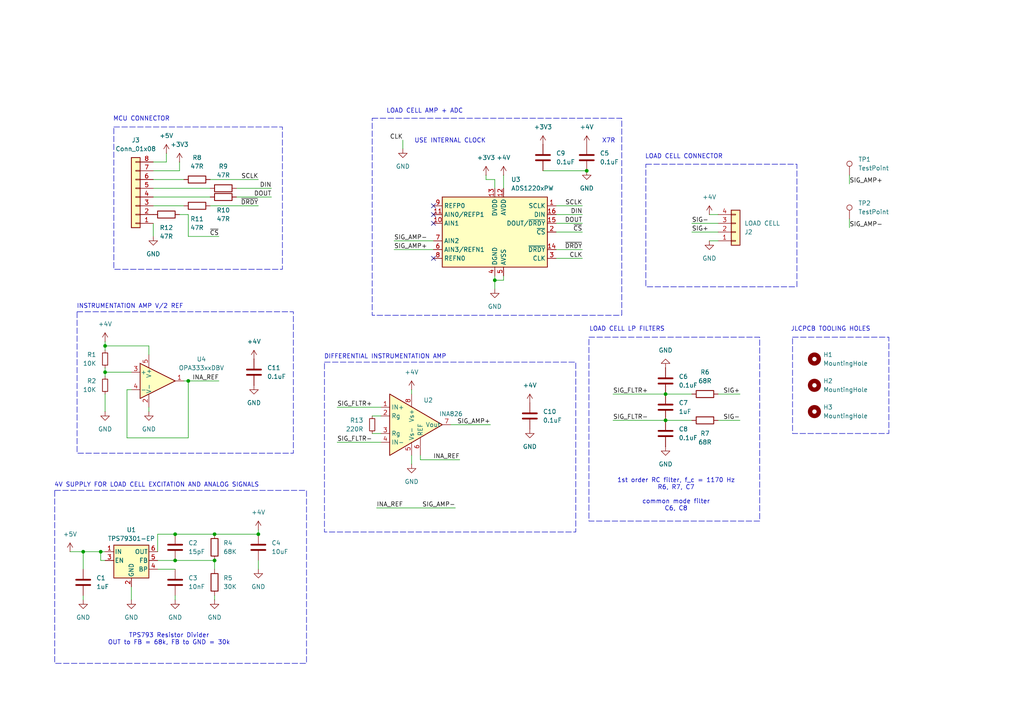
<source format=kicad_sch>
(kicad_sch (version 20231120) (generator "eeschema") (generator_version "8.0")
  (paper "A4")
  (lib_symbols
    (symbol "Amplifier_Operational:OPA333xxDBV" (pin_names (offset 0.127))
      (property "Reference" "U" (at -1.27 6.35 0))
      (property "Value" "OPA333xxDBV" (at -1.27 3.81 0))
      (symbol "OPA333xxDBV_0_1"
        (polyline (pts (xy -5.08 5.08) (xy 5.08 0) (xy -5.08 -5.08) (xy -5.08 5.08)) (stroke (width 0.254)) (fill (type background)))
        (pin power_in line (at -2.54 -7.62 90) (length 3.81) (name "V-") (number "2"))
        (pin power_in line (at -2.54 7.62 270) (length 3.81) (name "V+") (number "5"))
      )
      (symbol "OPA333xxDBV_1_1"
        (pin output line (at 7.62 0 180) (length 2.54) (name "~") (number "1"))
        (pin input line (at -7.62 2.54 0) (length 2.54) (name "+") (number "3"))
        (pin input line (at -7.62 -2.54 0) (length 2.54) (name "-") (number "4"))
      )
    )
    (symbol "Analog_ADC:ADS1220xPW"
      (property "Reference" "U" (at -15.24 11.43 0))
      (property "Value" "ADS1220xPW" (at 6.35 11.43 0))
      (symbol "ADS1220xPW_0_1"
        (rectangle (start -15.24 10.16) (end 15.24 -10.16) (stroke (width 0.254)) (fill (type background)))
      )
      (symbol "ADS1220xPW_1_1"
        (pin input line (at 17.78 7.62 180) (length 2.54) (name "SCLK") (number "1"))
        (pin input line (at -17.78 2.54 0) (length 2.54) (name "AIN1") (number "10"))
        (pin input line (at -17.78 5.08 0) (length 2.54) (name "AIN0/REFP1") (number "11"))
        (pin power_in line (at 2.54 12.7 270) (length 2.54) (name "AVDD") (number "12"))
        (pin power_in line (at 0 12.7 270) (length 2.54) (name "DVDD") (number "13"))
        (pin output line (at 17.78 -5.08 180) (length 2.54) (name "~{DRDY}") (number "14"))
        (pin output line (at 17.78 2.54 180) (length 2.54) (name "DOUT/~{DRDY}") (number "15"))
        (pin input line (at 17.78 5.08 180) (length 2.54) (name "DIN") (number "16"))
        (pin input line (at 17.78 0 180) (length 2.54) (name "~{CS}") (number "2"))
        (pin input line (at 17.78 -7.62 180) (length 2.54) (name "CLK") (number "3"))
        (pin power_in line (at 0 -12.7 90) (length 2.54) (name "DGND") (number "4"))
        (pin power_in line (at 2.54 -12.7 90) (length 2.54) (name "AVSS") (number "5"))
        (pin input line (at -17.78 -5.08 0) (length 2.54) (name "AIN3/REFN1") (number "6"))
        (pin input line (at -17.78 -2.54 0) (length 2.54) (name "AIN2") (number "7"))
        (pin input line (at -17.78 -7.62 0) (length 2.54) (name "REFN0") (number "8"))
        (pin input line (at -17.78 7.62 0) (length 2.54) (name "REFP0") (number "9"))
      )
    )
    (symbol "Connector:TestPoint" (pin_numbers hide) (pin_names (offset 0.762) hide)
      (property "Reference" "TP" (at 0 6.858 0))
      (property "Value" "TestPoint" (at 0 5.08 0))
      (symbol "TestPoint_0_1"
        (circle (center 0 3.302) (radius 0.762))
      )
      (symbol "TestPoint_1_1"
        (pin passive line (at 0 0 90) (length 2.54) (name "1") (number "1"))
      )
    )
    (symbol "Connector_Generic:Conn_01x04" (pin_names (offset 1.016) hide)
      (property "Reference" "J" (at 0 5.08 0))
      (property "Value" "Conn_01x04" (at 0 -7.62 0))
      (symbol "Conn_01x04_1_1"
        (rectangle (start -1.27 -4.953) (end 0 -5.207) (stroke (width 0.1524)))
        (rectangle (start -1.27 -2.413) (end 0 -2.667) (stroke (width 0.1524)))
        (rectangle (start -1.27 0.127) (end 0 -0.127) (stroke (width 0.1524)))
        (rectangle (start -1.27 2.667) (end 0 2.413) (stroke (width 0.1524)))
        (rectangle (start -1.27 3.81) (end 1.27 -6.35) (stroke (width 0.254)) (fill (type background)))
        (pin passive line (at -5.08 2.54 0) (length 3.81) (name "Pin_1") (number "1"))
        (pin passive line (at -5.08 0 0) (length 3.81) (name "Pin_2") (number "2"))
        (pin passive line (at -5.08 -2.54 0) (length 3.81) (name "Pin_3") (number "3"))
        (pin passive line (at -5.08 -5.08 0) (length 3.81) (name "Pin_4") (number "4"))
      )
    )
    (symbol "Connector_Generic:Conn_01x08" (pin_names (offset 1.016) hide)
      (property "Reference" "J" (at 0 10.16 0))
      (property "Value" "Conn_01x08" (at 0 -12.7 0))
      (symbol "Conn_01x08_1_1"
        (rectangle (start -1.27 -10.033) (end 0 -10.287) (stroke (width 0.1524)))
        (rectangle (start -1.27 -7.493) (end 0 -7.747) (stroke (width 0.1524)))
        (rectangle (start -1.27 -4.953) (end 0 -5.207) (stroke (width 0.1524)))
        (rectangle (start -1.27 -2.413) (end 0 -2.667) (stroke (width 0.1524)))
        (rectangle (start -1.27 0.127) (end 0 -0.127) (stroke (width 0.1524)))
        (rectangle (start -1.27 2.667) (end 0 2.413) (stroke (width 0.1524)))
        (rectangle (start -1.27 5.207) (end 0 4.953) (stroke (width 0.1524)))
        (rectangle (start -1.27 7.747) (end 0 7.493) (stroke (width 0.1524)))
        (rectangle (start -1.27 8.89) (end 1.27 -11.43) (stroke (width 0.254)) (fill (type background)))
        (pin passive line (at -5.08 7.62 0) (length 3.81) (name "Pin_1") (number "1"))
        (pin passive line (at -5.08 5.08 0) (length 3.81) (name "Pin_2") (number "2"))
        (pin passive line (at -5.08 2.54 0) (length 3.81) (name "Pin_3") (number "3"))
        (pin passive line (at -5.08 0 0) (length 3.81) (name "Pin_4") (number "4"))
        (pin passive line (at -5.08 -2.54 0) (length 3.81) (name "Pin_5") (number "5"))
        (pin passive line (at -5.08 -5.08 0) (length 3.81) (name "Pin_6") (number "6"))
        (pin passive line (at -5.08 -7.62 0) (length 3.81) (name "Pin_7") (number "7"))
        (pin passive line (at -5.08 -10.16 0) (length 3.81) (name "Pin_8") (number "8"))
      )
    )
    (symbol "Device:C" (pin_numbers hide) (pin_names (offset 0.254))
      (property "Reference" "C" (at 0.635 2.54 0))
      (property "Value" "C" (at 0.635 -2.54 0))
      (symbol "C_0_1"
        (polyline (pts (xy -2.032 -0.762) (xy 2.032 -0.762)) (stroke (width 0.508)))
        (polyline (pts (xy -2.032 0.762) (xy 2.032 0.762)) (stroke (width 0.508)))
      )
      (symbol "C_1_1"
        (pin passive line (at 0 3.81 270) (length 2.794) (name "~") (number "1"))
        (pin passive line (at 0 -3.81 90) (length 2.794) (name "~") (number "2"))
      )
    )
    (symbol "Device:R" (pin_numbers hide) (pin_names (offset 0))
      (property "Reference" "R" (at 2.032 0 90))
      (property "Value" "R" (at 0 0 90))
      (symbol "R_0_1"
        (rectangle (start -1.016 -2.54) (end 1.016 2.54) (stroke (width 0.254)))
      )
      (symbol "R_1_1"
        (pin passive line (at 0 3.81 270) (length 1.27) (name "~") (number "1"))
        (pin passive line (at 0 -3.81 90) (length 1.27) (name "~") (number "2"))
      )
    )
    (symbol "Device:R_Small" (pin_numbers hide) (pin_names (offset 0.254) hide)
      (property "Reference" "R" (at 0.762 0.508 0))
      (property "Value" "R_Small" (at 0.762 -1.016 0))
      (symbol "R_Small_0_1"
        (rectangle (start -0.762 1.778) (end 0.762 -1.778) (stroke (width 0.2032)))
      )
      (symbol "R_Small_1_1"
        (pin passive line (at 0 2.54 270) (length 0.762) (name "~") (number "1"))
        (pin passive line (at 0 -2.54 90) (length 0.762) (name "~") (number "2"))
      )
    )
    (symbol "Mechanical:MountingHole" (pin_names (offset 1.016)) (exclude_from_sim yes) (in_bom no)
      (property "Reference" "H" (at 0 5.08 0))
      (property "Value" "MountingHole" (at 0 3.175 0))
      (symbol "MountingHole_0_1"
        (circle (center 0 0) (radius 1.27) (stroke (width 1.27)))
      )
    )
    (symbol "Regulator_Linear:TPS79301-EP" (pin_names (offset 0.254))
      (property "Reference" "U" (at -3.81 5.715 0))
      (property "Value" "TPS79301-EP" (at 0 5.715 0))
      (symbol "TPS79301-EP_1_1"
        (rectangle (start 5.08 -5.08) (end -5.08 4.445) (stroke (width 0.254)) (fill (type background)))
        (pin power_in line (at -7.62 2.54 0) (length 2.54) (name "IN") (number "1"))
        (pin power_in line (at 0 -7.62 90) (length 2.54) (name "GND") (number "2"))
        (pin input line (at -7.62 0 0) (length 2.54) (name "EN") (number "3"))
        (pin passive line (at 7.62 -2.54 180) (length 2.54) (name "BP") (number "4"))
        (pin input line (at 7.62 0 180) (length 2.54) (name "FB") (number "5"))
        (pin power_out line (at 7.62 2.54 180) (length 2.54) (name "OUT") (number "6"))
      )
    )
    (symbol "TI_ADCs:INA826"
      (property "Reference" "U" (at 3.048 8.128 0))
      (property "Value" "INA826" (at 5.588 5.334 0))
      (symbol "INA826_0_1"
        (polyline (pts (xy 8.89 0) (xy -6.35 8.89) (xy -6.35 -8.89) (xy 8.89 0)) (stroke (width 0.254)) (fill (type background)))
      )
      (symbol "INA826_1_1"
        (pin input line (at -8.89 5.08 0) (length 2.54) (name "IN+") (number "1"))
        (pin passive line (at -8.89 2.54 0) (length 2.54) (name "Rg") (number "2"))
        (pin passive line (at -8.89 -2.54 0) (length 2.54) (name "Rg") (number "3"))
        (pin input line (at -8.89 -5.08 0) (length 2.54) (name "IN-") (number "4"))
        (pin power_in line (at 0 -8.89 90) (length 3.81) (name "Vs-") (number "5"))
        (pin input line (at 2.54 -8.89 90) (length 5.08) (name "REF") (number "6"))
        (pin output line (at 11.43 0 180) (length 2.54) (name "Vout") (number "7"))
        (pin power_in line (at 0 8.89 270) (length 3.81) (name "Vs+") (number "8"))
      )
    )
    (symbol "power:+3V3" (power) (pin_numbers hide) (pin_names (offset 0) hide)
      (property "Value" "+3V3" (at 0 3.556 0))
      (symbol "+3V3_0_1"
        (polyline (pts (xy -0.762 1.27) (xy 0 2.54)))
        (polyline (pts (xy 0 0) (xy 0 2.54)))
        (polyline (pts (xy 0 2.54) (xy 0.762 1.27)))
      )
      (symbol "+3V3_1_1"
        (pin power_in line (at 0 0 90) (length 0) (name "~") (number "1"))
      )
    )
    (symbol "power:+4V" (power) (pin_numbers hide) (pin_names (offset 0) hide)
      (property "Value" "+4V" (at 0 3.556 0))
      (symbol "+4V_0_1"
        (polyline (pts (xy -0.762 1.27) (xy 0 2.54)))
        (polyline (pts (xy 0 0) (xy 0 2.54)))
        (polyline (pts (xy 0 2.54) (xy 0.762 1.27)))
      )
      (symbol "+4V_1_1"
        (pin power_in line (at 0 0 90) (length 0) (name "~") (number "1"))
      )
    )
    (symbol "power:+5V" (power) (pin_numbers hide) (pin_names (offset 0) hide)
      (property "Value" "+5V" (at 0 3.556 0))
      (symbol "+5V_0_1"
        (polyline (pts (xy -0.762 1.27) (xy 0 2.54)))
        (polyline (pts (xy 0 0) (xy 0 2.54)))
        (polyline (pts (xy 0 2.54) (xy 0.762 1.27)))
      )
      (symbol "+5V_1_1"
        (pin power_in line (at 0 0 90) (length 0) (name "~") (number "1"))
      )
    )
    (symbol "power:GND" (power) (pin_numbers hide) (pin_names (offset 0) hide)
      (property "Value" "GND" (at 0 -3.81 0))
      (symbol "GND_0_1"
        (polyline (pts (xy 0 0) (xy 0 -1.27) (xy 1.27 -1.27) (xy 0 -2.54) (xy -1.27 -1.27) (xy 0 -1.27)))
      )
      (symbol "GND_1_1"
        (pin power_in line (at 0 0 270) (length 0) (name "~") (number "1"))
      )
    )
  )
  (junction (at 170.18 49.53))
  (junction (at 193.04 114.3))
  (junction (at 62.23 162.56))
  (junction (at 30.48 100.33))
  (junction (at 24.13 160.02))
  (junction (at 30.48 107.95))
  (junction (at 50.8 162.56))
  (junction (at 29.21 160.02))
  (junction (at 62.23 154.94))
  (junction (at 54.61 110.49))
  (junction (at 50.8 154.94))
  (junction (at 143.51 81.28))
  (junction (at 74.93 154.94))
  (junction (at 193.04 121.92))
  (no_connect (at 125.73 62.23))
  (no_connect (at 125.73 74.93))
  (no_connect (at 125.73 64.77))
  (no_connect (at 125.73 59.69))
  (wire (pts (xy 62.23 154.94) (xy 74.93 154.94)))
  (wire (pts (xy 54.61 68.58) (xy 54.61 62.23)))
  (wire (pts (xy 45.72 162.56) (xy 50.8 162.56)))
  (wire (pts (xy 119.38 132.08) (xy 119.38 134.62)))
  (wire (pts (xy 97.79 118.11) (xy 110.49 118.11)))
  (wire (pts (xy 24.13 160.02) (xy 29.21 160.02)))
  (wire (pts (xy 44.45 52.07) (xy 53.34 52.07)))
  (wire (pts (xy 44.45 59.69) (xy 53.34 59.69)))
  (wire (pts (xy 53.34 110.49) (xy 54.61 110.49)))
  (wire (pts (xy 24.13 160.02) (xy 24.13 165.1)))
  (wire (pts (xy 193.04 121.92) (xy 200.66 121.92)))
  (wire (pts (xy 121.92 132.08) (xy 121.92 133.35)))
  (wire (pts (xy 30.48 162.56) (xy 29.21 162.56)))
  (wire (pts (xy 107.95 120.65) (xy 110.49 120.65)))
  (wire (pts (xy 109.22 147.32) (xy 132.08 147.32)))
  (wire (pts (xy 146.05 80.01) (xy 146.05 81.28)))
  (wire (pts (xy 24.13 172.72) (xy 24.13 173.99)))
  (wire (pts (xy 140.97 50.8) (xy 140.97 52.07)))
  (wire (pts (xy 208.28 114.3) (xy 214.63 114.3)))
  (wire (pts (xy 177.8 121.92) (xy 193.04 121.92)))
  (wire (pts (xy 68.58 54.61) (xy 78.74 54.61)))
  (wire (pts (xy 121.92 133.35) (xy 133.35 133.35)))
  (wire (pts (xy 50.8 154.94) (xy 62.23 154.94)))
  (wire (pts (xy 45.72 154.94) (xy 50.8 154.94)))
  (wire (pts (xy 30.48 107.95) (xy 38.1 107.95)))
  (wire (pts (xy 30.48 114.3) (xy 30.48 119.38)))
  (wire (pts (xy 36.83 127) (xy 54.61 127)))
  (wire (pts (xy 45.72 165.1) (xy 50.8 165.1)))
  (wire (pts (xy 50.8 172.72) (xy 50.8 173.99)))
  (wire (pts (xy 44.45 57.15) (xy 60.96 57.15)))
  (wire (pts (xy 30.48 99.06) (xy 30.48 100.33)))
  (wire (pts (xy 50.8 162.56) (xy 62.23 162.56)))
  (wire (pts (xy 43.18 118.11) (xy 43.18 119.38)))
  (wire (pts (xy 140.97 52.07) (xy 143.51 52.07)))
  (wire (pts (xy 146.05 81.28) (xy 143.51 81.28)))
  (wire (pts (xy 74.93 165.1) (xy 74.93 162.56)))
  (wire (pts (xy 200.66 67.31) (xy 208.28 67.31)))
  (wire (pts (xy 161.29 62.23) (xy 168.91 62.23)))
  (wire (pts (xy 157.48 49.53) (xy 170.18 49.53)))
  (wire (pts (xy 107.95 125.73) (xy 110.49 125.73)))
  (wire (pts (xy 54.61 68.58) (xy 63.5 68.58)))
  (wire (pts (xy 44.45 64.77) (xy 44.45 68.58)))
  (wire (pts (xy 62.23 165.1) (xy 62.23 162.56)))
  (wire (pts (xy 114.3 72.39) (xy 125.73 72.39)))
  (wire (pts (xy 43.18 100.33) (xy 30.48 100.33)))
  (wire (pts (xy 44.45 49.53) (xy 52.07 49.53)))
  (wire (pts (xy 146.05 50.8) (xy 146.05 54.61)))
  (wire (pts (xy 54.61 62.23) (xy 52.07 62.23)))
  (wire (pts (xy 119.38 113.03) (xy 119.38 114.3)))
  (wire (pts (xy 246.38 63.5) (xy 246.38 66.04)))
  (wire (pts (xy 143.51 81.28) (xy 143.51 83.82)))
  (wire (pts (xy 30.48 106.68) (xy 30.48 107.95)))
  (wire (pts (xy 60.96 52.07) (xy 74.93 52.07)))
  (wire (pts (xy 205.74 69.85) (xy 208.28 69.85)))
  (wire (pts (xy 114.3 69.85) (xy 125.73 69.85)))
  (wire (pts (xy 68.58 57.15) (xy 78.74 57.15)))
  (wire (pts (xy 20.32 160.02) (xy 24.13 160.02)))
  (wire (pts (xy 52.07 49.53) (xy 52.07 46.99)))
  (wire (pts (xy 36.83 113.03) (xy 36.83 127)))
  (wire (pts (xy 43.18 102.87) (xy 43.18 100.33)))
  (wire (pts (xy 161.29 64.77) (xy 168.91 64.77)))
  (wire (pts (xy 143.51 80.01) (xy 143.51 81.28)))
  (wire (pts (xy 177.8 114.3) (xy 193.04 114.3)))
  (wire (pts (xy 44.45 54.61) (xy 60.96 54.61)))
  (wire (pts (xy 205.74 62.23) (xy 208.28 62.23)))
  (wire (pts (xy 161.29 74.93) (xy 168.91 74.93)))
  (wire (pts (xy 38.1 113.03) (xy 36.83 113.03)))
  (wire (pts (xy 208.28 121.92) (xy 214.63 121.92)))
  (wire (pts (xy 45.72 160.02) (xy 45.72 154.94)))
  (wire (pts (xy 30.48 100.33) (xy 30.48 101.6)))
  (wire (pts (xy 54.61 127) (xy 54.61 110.49)))
  (wire (pts (xy 60.96 59.69) (xy 74.93 59.69)))
  (wire (pts (xy 62.23 172.72) (xy 62.23 173.99)))
  (wire (pts (xy 48.26 46.99) (xy 44.45 46.99)))
  (wire (pts (xy 54.61 110.49) (xy 63.5 110.49)))
  (wire (pts (xy 29.21 160.02) (xy 30.48 160.02)))
  (wire (pts (xy 48.26 44.45) (xy 48.26 46.99)))
  (wire (pts (xy 97.79 128.27) (xy 110.49 128.27)))
  (wire (pts (xy 116.84 40.64) (xy 116.84 43.18)))
  (wire (pts (xy 161.29 72.39) (xy 168.91 72.39)))
  (wire (pts (xy 161.29 59.69) (xy 168.91 59.69)))
  (wire (pts (xy 200.66 64.77) (xy 208.28 64.77)))
  (wire (pts (xy 246.38 50.8) (xy 246.38 53.34)))
  (wire (pts (xy 30.48 107.95) (xy 30.48 109.22)))
  (wire (pts (xy 130.81 123.19) (xy 142.24 123.19)))
  (wire (pts (xy 38.1 170.18) (xy 38.1 173.99)))
  (wire (pts (xy 161.29 67.31) (xy 168.91 67.31)))
  (wire (pts (xy 29.21 162.56) (xy 29.21 160.02)))
  (wire (pts (xy 74.93 153.67) (xy 74.93 154.94)))
  (wire (pts (xy 143.51 52.07) (xy 143.51 54.61)))
  (wire (pts (xy 193.04 114.3) (xy 200.66 114.3)))
  (rectangle (start 15.875 142.24) (end 88.9 192.405) (stroke (width 0) (type dash)))
  (rectangle (start 94.107 105.029) (end 167.005 154.305) (stroke (width 0) (type dash)))
  (rectangle (start 229.87 97.79) (end 257.81 125.73) (stroke (width 0) (type dash)))
  (rectangle (start 187.325 47.625) (end 231.14 83.185) (stroke (width 0) (type dash)))
  (rectangle (start 170.815 97.79) (end 220.345 151.13) (stroke (width 0) (type dash)))
  (rectangle (start 107.95 34.29) (end 180.34 91.44) (stroke (width 0) (type dash)))
  (rectangle (start 33.02 36.83) (end 81.915 78.105) (stroke (width 0) (type dash)))
  (rectangle (start 22.352 90.424) (end 85.09 131.445) (stroke (width 0) (type dash)))
  (text "X7R" (at 176.53 40.894 0) (effects (font (size 1.27 1.27))))
  (text "INSTRUMENTATION AMP V/2 REF" (at 22.225 88.9 0) (effects (font (size 1.27 1.27)) (justify left)))
  (text "JLCPCB TOOLING HOLES" (at 240.919 95.504 0) (effects (font (size 1.27 1.27))))
  (text "LOAD CELL LP FILTERS" (at 181.864 95.504 0) (effects (font (size 1.27 1.27))))
  (text "1st order RC filter, f_c = 1170 Hz\nR6, R7, C7\n\ncommon mode filter\nC6, C8\n" (at 196.088 143.51 0) (effects (font (size 1.27 1.27))))
  (text "LOAD CELL CONNECTOR" (at 198.374 45.466 0) (effects (font (size 1.27 1.27))))
  (text "TPS793 Resistor Divider\nOUT to FB = 68k, FB to GND = 30k" (at 49.022 185.42 0) (effects (font (size 1.27 1.27))))
  (text "MCU CONNECTOR" (at 41.021 34.544 0) (effects (font (size 1.27 1.27))))
  (text "USE INTERNAL CLOCK" (at 130.556 40.894 0) (effects (font (size 1.27 1.27))))
  (text "DIFFERENTIAL INSTRUMENTATION AMP" (at 93.98 103.505 0) (effects (font (size 1.27 1.27)) (justify left)))
  (text "4V SUPPLY FOR LOAD CELL EXCITATION AND ANALOG SIGNALS" (at 15.748 140.716 0) (effects (font (size 1.27 1.27)) (justify left)))
  (text "LOAD CELL AMP + ADC" (at 123.19 32.258 0) (effects (font (size 1.27 1.27))))
  (label "DOUT" (at 168.91 64.77 180))
  (label "~{CS}" (at 63.5 68.58 180))
  (label "INA_REF" (at 63.5 110.49 180))
  (label "SIG+" (at 200.66 67.31 0))
  (label "INA_REF" (at 109.22 147.32 0))
  (label "DIN" (at 168.91 62.23 180))
  (label "SIG_AMP+" (at 246.38 53.34 0))
  (label "CLK" (at 116.84 40.64 180))
  (label "SCLK" (at 168.91 59.69 180))
  (label "SIG_AMP-" (at 246.38 66.04 0))
  (label "SIG-" (at 214.63 121.92 180))
  (label "~{CS}" (at 168.91 67.31 180))
  (label "SIG_FLTR-" (at 177.8 121.92 0))
  (label "~{DRDY}" (at 168.91 72.39 180))
  (label "SIG-" (at 200.66 64.77 0))
  (label "SCLK" (at 74.93 52.07 180))
  (label "SIG_FLTR+" (at 97.79 118.11 0))
  (label "SIG_FLTR+" (at 177.8 114.3 0))
  (label "DIN" (at 78.74 54.61 180))
  (label "~{DRDY}" (at 74.93 59.69 180))
  (label "SIG_AMP-" (at 114.3 69.85 0))
  (label "SIG_AMP+" (at 142.24 123.19 180))
  (label "SIG_AMP+" (at 114.3 72.39 0))
  (label "DOUT" (at 78.74 57.15 180))
  (label "CLK" (at 168.91 74.93 180))
  (label "INA_REF" (at 133.35 133.35 180))
  (label "SIG_FLTR-" (at 97.79 128.27 0))
  (label "SIG+" (at 214.63 114.3 180))
  (label "SIG_AMP-" (at 132.08 147.32 180))
  (symbol (lib_id "Device:C") (at 50.8 158.75 0) (unit 1)
    (property "Reference" "C2" (at 54.61 157.4799 0) (effects (justify left)))
    (property "Value" "15pF" (at 54.61 160.0199 0) (effects (justify left)))
    (property "Footprint" "Capacitor_SMD:C_0402_1005Metric" (effects (hide yes)))
    (property "Description" "Unpolarized capacitor" (effects (hide yes)))
    (property "JLC PN" "C1548" (effects (hide yes)))
  )
  (symbol (lib_id "power:+4V") (at 205.74 62.23 0) (unit 1)
    (property "Reference" "#PWR020" (effects (hide yes)))
    (property "Value" "+4V" (at 205.74 57.15 0))
    (property "Description" "Power symbol creates a global label with name \"+4V\"" (effects (hide yes)))
  )
  (symbol (lib_id "power:+4V") (at 30.48 99.06 0) (unit 1)
    (property "Reference" "#PWR026" (effects (hide yes)))
    (property "Value" "+4V" (at 30.48 93.98 0))
    (property "Description" "Power symbol creates a global label with name \"+4V\"" (effects (hide yes)))
  )
  (symbol (lib_id "power:+3V3") (at 52.07 46.99 0) (unit 1)
    (property "Reference" "#PWR024" (effects (hide yes)))
    (property "Value" "+3V3" (at 52.07 41.91 0))
    (property "Description" "Power symbol creates a global label with name \"+3V3\"" (effects (hide yes)))
  )
  (symbol (lib_id "Device:C") (at 157.48 45.72 180) (unit 1)
    (property "Reference" "C9" (at 161.29 44.4499 0) (effects (justify right)))
    (property "Value" "0.1uF" (at 161.29 46.9899 0) (effects (justify right)))
    (property "Footprint" "Capacitor_SMD:C_0402_1005Metric" (effects (hide yes)))
    (property "Description" "Unpolarized capacitor" (effects (hide yes)))
    (property "JLC PN" "C307331" (effects (hide yes)))
  )
  (symbol (lib_id "Device:R") (at 204.47 114.3 90) (unit 1)
    (property "Reference" "R6" (at 204.47 107.95 90))
    (property "Value" "68R" (at 204.47 110.49 90))
    (property "Footprint" "Resistor_SMD:R_0402_1005Metric" (effects (hide yes)))
    (property "Description" "Resistor" (effects (hide yes)))
    (property "JLC PN" "C25131" (effects (hide yes)))
  )
  (symbol (lib_id "Connector_Generic:Conn_01x08") (at 39.37 57.15 180) (unit 1)
    (property "Reference" "J3" (at 39.37 40.64 0))
    (property "Value" "Conn_01x08" (at 39.37 43.18 0))
    (property "Footprint" "Connector_JST:JST_PH_B8B-PH-K_1x08_P2.00mm_Vertical" (effects (hide yes)))
    (property "Description" "Generic connector, single row, 01x08, script generated (kicad-library-utils/schlib/autogen/connector/)" (effects (hide yes)))
  )
  (symbol (lib_id "Device:C") (at 193.04 118.11 0) (unit 1)
    (property "Reference" "C7" (at 196.85 116.8399 0) (effects (justify left)))
    (property "Value" "1uF" (at 196.85 119.3799 0) (effects (justify left)))
    (property "Footprint" "Capacitor_SMD:C_0402_1005Metric" (effects (hide yes)))
    (property "Description" "Unpolarized capacitor" (effects (hide yes)))
    (property "JLC PN" "C52923" (effects (hide yes)))
  )
  (symbol (lib_id "power:+5V") (at 20.32 160.02 0) (unit 1)
    (property "Reference" "#PWR01" (effects (hide yes)))
    (property "Value" "+5V" (at 20.32 154.94 0))
    (property "Description" "Power symbol creates a global label with name \"+5V\"" (effects (hide yes)))
  )
  (symbol (lib_id "power:GND") (at 73.66 111.76 0) (unit 1)
    (property "Reference" "#PWR029" (effects (hide yes)))
    (property "Value" "GND" (at 73.66 116.84 0))
    (property "Description" "Power symbol creates a global label with name \"GND\" , ground" (effects (hide yes)))
  )
  (symbol (lib_id "TI_ADCs:INA826") (at 119.38 123.19 0) (unit 1)
    (property "Reference" "U2" (at 124.206 116.078 0))
    (property "Value" "INA826" (at 130.81 120.0465 0))
    (property "Footprint" "Package_SO:Texas_S-PDSO-G8_3x3mm_P0.65mm" (effects (hide yes)))
  )
  (symbol (lib_id "power:+4V") (at 74.93 153.67 0) (unit 1)
    (property "Reference" "#PWR012" (effects (hide yes)))
    (property "Value" "+4V" (at 74.93 148.59 0))
    (property "Description" "Power symbol creates a global label with name \"+4V\"" (effects (hide yes)))
  )
  (symbol (lib_id "Device:R") (at 48.26 62.23 270) (unit 1)
    (property "Reference" "R12" (at 48.26 66.04 90))
    (property "Value" "47R" (at 48.26 68.58 90))
    (property "Footprint" "Resistor_SMD:R_0603_1608Metric" (effects (hide yes)))
    (property "Description" "Resistor" (effects (hide yes)))
    (property "JLC PN" "C23182" (effects (hide yes)))
  )
  (symbol (lib_id "Mechanical:MountingHole") (at 236.22 119.38 0) (unit 1) (exclude_from_sim yes) (in_bom no)
    (property "Reference" "H3" (at 238.76 118.1099 0) (effects (justify left)))
    (property "Value" "MountingHole" (at 238.76 120.6499 0) (effects (justify left)))
    (property "Footprint" "JLCPCB:SMD Tooling Hole" (effects (hide yes)))
    (property "Description" "Mounting Hole without connection" (effects (hide yes)))
  )
  (symbol (lib_id "Device:C") (at 170.18 45.72 180) (unit 1)
    (property "Reference" "C5" (at 173.99 44.4499 0) (effects (justify right)))
    (property "Value" "0.1uF" (at 173.99 46.9899 0) (effects (justify right)))
    (property "Footprint" "Capacitor_SMD:C_0402_1005Metric" (effects (hide yes)))
    (property "Description" "Unpolarized capacitor" (effects (hide yes)))
    (property "JLC PN" "C307331" (effects (hide yes)))
  )
  (symbol (lib_id "power:+3V3") (at 140.97 50.8 0) (unit 1)
    (property "Reference" "#PWR030" (effects (hide yes)))
    (property "Value" "+3V3" (at 140.97 45.72 0))
    (property "Description" "Power symbol creates a global label with name \"+3V3\"" (effects (hide yes)))
  )
  (symbol (lib_id "power:GND") (at 170.18 49.53 0) (unit 1)
    (property "Reference" "#PWR017" (effects (hide yes)))
    (property "Value" "GND" (at 170.18 54.61 0))
    (property "Description" "Power symbol creates a global label with name \"GND\" , ground" (effects (hide yes)))
  )
  (symbol (lib_id "power:+3V3") (at 157.48 41.91 0) (unit 1)
    (property "Reference" "#PWR031" (effects (hide yes)))
    (property "Value" "+3V3" (at 157.48 36.83 0))
    (property "Description" "Power symbol creates a global label with name \"+3V3\"" (effects (hide yes)))
  )
  (symbol (lib_id "Connector:TestPoint") (at 246.38 50.8 0) (unit 1)
    (property "Reference" "TP1" (at 248.92 46.2279 0) (effects (justify left)))
    (property "Value" "TestPoint" (at 248.92 48.7679 0) (effects (justify left)))
    (property "Footprint" "TestPoint:TestPoint_Pad_1.0x1.0mm" (effects (hide yes)))
    (property "Description" "test point" (effects (hide yes)))
  )
  (symbol (lib_id "power:GND") (at 116.84 43.18 0) (unit 1)
    (property "Reference" "#PWR022" (effects (hide yes)))
    (property "Value" "GND" (at 116.84 48.26 0))
    (property "Description" "Power symbol creates a global label with name \"GND\" , ground" (effects (hide yes)))
  )
  (symbol (lib_id "Connector:TestPoint") (at 246.38 63.5 0) (unit 1)
    (property "Reference" "TP2" (at 248.92 58.9279 0) (effects (justify left)))
    (property "Value" "TestPoint" (at 248.92 61.4679 0) (effects (justify left)))
    (property "Footprint" "TestPoint:TestPoint_Pad_1.0x1.0mm" (effects (hide yes)))
    (property "Description" "test point" (effects (hide yes)))
  )
  (symbol (lib_id "power:GND") (at 74.93 165.1 0) (unit 1)
    (property "Reference" "#PWR013" (effects (hide yes)))
    (property "Value" "GND" (at 74.93 170.18 0))
    (property "Description" "Power symbol creates a global label with name \"GND\" , ground" (effects (hide yes)))
  )
  (symbol (lib_id "Device:C") (at 24.13 168.91 0) (unit 1)
    (property "Reference" "C1" (at 27.94 167.6399 0) (effects (justify left)))
    (property "Value" "1uF" (at 27.94 170.1799 0) (effects (justify left)))
    (property "Footprint" "Capacitor_SMD:C_0402_1005Metric" (effects (hide yes)))
    (property "Description" "Unpolarized capacitor" (effects (hide yes)))
    (property "JLC PN" "C52923" (effects (hide yes)))
  )
  (symbol (lib_id "Device:C") (at 193.04 125.73 0) (unit 1)
    (property "Reference" "C8" (at 196.85 124.4599 0) (effects (justify left)))
    (property "Value" "0.1uF" (at 196.85 126.9999 0) (effects (justify left)))
    (property "Footprint" "Capacitor_SMD:C_0402_1005Metric" (effects (hide yes)))
    (property "Description" "Unpolarized capacitor" (effects (hide yes)))
    (property "JLC PN" "C307331" (effects (hide yes)))
  )
  (symbol (lib_id "Device:R") (at 64.77 57.15 270) (unit 1)
    (property "Reference" "R10" (at 64.77 60.96 90))
    (property "Value" "47R" (at 64.77 63.5 90))
    (property "Footprint" "Resistor_SMD:R_0603_1608Metric" (effects (hide yes)))
    (property "Description" "Resistor" (effects (hide yes)))
    (property "JLC PN" "C23182" (effects (hide yes)))
  )
  (symbol (lib_id "Amplifier_Operational:OPA333xxDBV") (at 45.72 110.49 0) (unit 1)
    (property "Reference" "U4" (at 58.42 104.1714 0))
    (property "Value" "OPA333xxDBV" (at 58.42 106.7114 0))
    (property "Footprint" "Package_TO_SOT_SMD:SOT-23-5" (effects (hide yes)))
    (property "Datasheet" "http://www.ti.com/lit/ds/symlink/opa333.pdf" (effects (hide yes)))
    (property "Description" "Single 1.8V, microPower, CMOS Operational Amplifiers, Zero-Drift Series, SOT-23-5" (effects (hide yes)))
  )
  (symbol (lib_id "power:+5V") (at 48.26 44.45 0) (unit 1)
    (property "Reference" "#PWR023" (effects (hide yes)))
    (property "Value" "+5V" (at 48.26 39.37 0))
    (property "Description" "Power symbol creates a global label with name \"+5V\"" (effects (hide yes)))
  )
  (symbol (lib_id "power:GND") (at 153.67 124.46 0) (unit 1)
    (property "Reference" "#PWR014" (effects (hide yes)))
    (property "Value" "GND" (at 153.67 129.54 0))
    (property "Description" "Power symbol creates a global label with name \"GND\" , ground" (effects (hide yes)))
  )
  (symbol (lib_id "Device:R") (at 64.77 54.61 90) (unit 1)
    (property "Reference" "R9" (at 64.77 48.26 90))
    (property "Value" "47R" (at 64.77 50.8 90))
    (property "Footprint" "Resistor_SMD:R_0603_1608Metric" (effects (hide yes)))
    (property "Description" "Resistor" (effects (hide yes)))
    (property "JLC PN" "C23182" (effects (hide yes)))
  )
  (symbol (lib_id "power:GND") (at 38.1 173.99 0) (unit 1)
    (property "Reference" "#PWR07" (effects (hide yes)))
    (property "Value" "GND" (at 38.1 179.07 0))
    (property "Description" "Power symbol creates a global label with name \"GND\" , ground" (effects (hide yes)))
  )
  (symbol (lib_id "power:GND") (at 44.45 68.58 0) (unit 1)
    (property "Reference" "#PWR025" (effects (hide yes)))
    (property "Value" "GND" (at 44.45 73.66 0))
    (property "Description" "Power symbol creates a global label with name \"GND\" , ground" (effects (hide yes)))
  )
  (symbol (lib_id "Mechanical:MountingHole") (at 236.22 104.14 0) (unit 1) (exclude_from_sim yes) (in_bom no)
    (property "Reference" "H1" (at 238.76 102.8699 0) (effects (justify left)))
    (property "Value" "MountingHole" (at 238.76 105.4099 0) (effects (justify left)))
    (property "Footprint" "JLCPCB:SMD Tooling Hole" (effects (hide yes)))
    (property "Description" "Mounting Hole without connection" (effects (hide yes)))
  )
  (symbol (lib_id "Mechanical:MountingHole") (at 236.22 111.76 0) (unit 1) (exclude_from_sim yes) (in_bom no)
    (property "Reference" "H2" (at 238.76 110.4899 0) (effects (justify left)))
    (property "Value" "MountingHole" (at 238.76 113.0299 0) (effects (justify left)))
    (property "Footprint" "JLCPCB:SMD Tooling Hole" (effects (hide yes)))
    (property "Description" "Mounting Hole without connection" (effects (hide yes)))
  )
  (symbol (lib_id "Device:R") (at 62.23 158.75 0) (unit 1)
    (property "Reference" "R4" (at 64.77 157.4799 0) (effects (justify left)))
    (property "Value" "68K" (at 64.77 160.0199 0) (effects (justify left)))
    (property "Footprint" "Resistor_SMD:R_0603_1608Metric" (effects (hide yes)))
    (property "Description" "Resistor" (effects (hide yes)))
    (property "JLC PN" "C23231" (effects (hide yes)))
  )
  (symbol (lib_id "power:GND") (at 24.13 173.99 0) (unit 1)
    (property "Reference" "#PWR03" (effects (hide yes)))
    (property "Value" "GND" (at 24.13 179.07 0))
    (property "Description" "Power symbol creates a global label with name \"GND\" , ground" (effects (hide yes)))
  )
  (symbol (lib_id "Device:C") (at 73.66 107.95 180) (unit 1)
    (property "Reference" "C11" (at 77.47 106.6799 0) (effects (justify right)))
    (property "Value" "0.1uF" (at 77.47 109.2199 0) (effects (justify right)))
    (property "Footprint" "Capacitor_SMD:C_0402_1005Metric" (effects (hide yes)))
    (property "Description" "Unpolarized capacitor" (effects (hide yes)))
    (property "JLC PN" "C307331" (effects (hide yes)))
  )
  (symbol (lib_id "power:+4V") (at 146.05 50.8 0) (unit 1)
    (property "Reference" "#PWR05" (effects (hide yes)))
    (property "Value" "+4V" (at 146.05 45.72 0))
    (property "Description" "Power symbol creates a global label with name \"+4V\"" (effects (hide yes)))
  )
  (symbol (lib_id "power:+4V") (at 119.38 113.03 0) (unit 1)
    (property "Reference" "#PWR02" (effects (hide yes)))
    (property "Value" "+4V" (at 119.38 107.95 0))
    (property "Description" "Power symbol creates a global label with name \"+4V\"" (effects (hide yes)))
  )
  (symbol (lib_id "power:+4V") (at 73.66 104.14 0) (unit 1)
    (property "Reference" "#PWR016" (effects (hide yes)))
    (property "Value" "+4V" (at 73.66 99.06 0))
    (property "Description" "Power symbol creates a global label with name \"+4V\"" (effects (hide yes)))
  )
  (symbol (lib_id "power:+4V") (at 153.67 116.84 0) (unit 1)
    (property "Reference" "#PWR08" (effects (hide yes)))
    (property "Value" "+4V" (at 153.67 111.76 0))
    (property "Description" "Power symbol creates a global label with name \"+4V\"" (effects (hide yes)))
  )
  (symbol (lib_id "Device:C") (at 50.8 168.91 0) (unit 1)
    (property "Reference" "C3" (at 54.61 167.6399 0) (effects (justify left)))
    (property "Value" "10nF" (at 54.61 170.1799 0) (effects (justify left)))
    (property "Footprint" "Capacitor_SMD:C_0402_1005Metric" (effects (hide yes)))
    (property "Description" "Unpolarized capacitor" (effects (hide yes)))
    (property "JLC PN" "C15195" (effects (hide yes)))
  )
  (symbol (lib_id "power:+4V") (at 170.18 41.91 0) (unit 1)
    (property "Reference" "#PWR06" (effects (hide yes)))
    (property "Value" "+4V" (at 170.18 36.83 0))
    (property "Description" "Power symbol creates a global label with name \"+4V\"" (effects (hide yes)))
  )
  (symbol (lib_id "Device:C") (at 193.04 110.49 0) (unit 1)
    (property "Reference" "C6" (at 196.85 109.2199 0) (effects (justify left)))
    (property "Value" "0.1uF" (at 196.85 111.7599 0) (effects (justify left)))
    (property "Footprint" "Capacitor_SMD:C_0402_1005Metric" (effects (hide yes)))
    (property "Description" "Unpolarized capacitor" (effects (hide yes)))
    (property "JLC PN" "C307331" (effects (hide yes)))
  )
  (symbol (lib_id "power:GND") (at 43.18 119.38 0) (unit 1)
    (property "Reference" "#PWR09" (effects (hide yes)))
    (property "Value" "GND" (at 43.18 124.46 0))
    (property "Description" "Power symbol creates a global label with name \"GND\" , ground" (effects (hide yes)))
  )
  (symbol (lib_id "Device:R") (at 57.15 52.07 90) (unit 1)
    (property "Reference" "R8" (at 57.15 45.72 90))
    (property "Value" "47R" (at 57.15 48.26 90))
    (property "Footprint" "Resistor_SMD:R_0603_1608Metric" (effects (hide yes)))
    (property "Description" "Resistor" (effects (hide yes)))
    (property "JLC PN" "C23182" (effects (hide yes)))
  )
  (symbol (lib_id "power:GND") (at 50.8 173.99 0) (unit 1)
    (property "Reference" "#PWR010" (effects (hide yes)))
    (property "Value" "GND" (at 50.8 179.07 0))
    (property "Description" "Power symbol creates a global label with name \"GND\" , ground" (effects (hide yes)))
  )
  (symbol (lib_id "Device:C") (at 153.67 120.65 180) (unit 1)
    (property "Reference" "C10" (at 157.48 119.3799 0) (effects (justify right)))
    (property "Value" "0.1uF" (at 157.48 121.9199 0) (effects (justify right)))
    (property "Footprint" "Capacitor_SMD:C_0402_1005Metric" (effects (hide yes)))
    (property "Description" "Unpolarized capacitor" (effects (hide yes)))
    (property "JLC PN" "C307331" (effects (hide yes)))
  )
  (symbol (lib_id "Device:R_Small") (at 30.48 111.76 0) (unit 1)
    (property "Reference" "R2" (at 27.94 110.4899 0) (effects (justify right)))
    (property "Value" "10K" (at 27.94 113.0299 0) (effects (justify right)))
    (property "Footprint" "Resistor_SMD:R_0402_1005Metric" (effects (hide yes)))
    (property "Description" "Resistor, small symbol" (effects (hide yes)))
    (property "JLC PN" "C25744" (effects (hide yes)))
  )
  (symbol (lib_id "power:GND") (at 205.74 69.85 0) (unit 1)
    (property "Reference" "#PWR021" (effects (hide yes)))
    (property "Value" "GND" (at 205.74 74.93 0))
    (property "Description" "Power symbol creates a global label with name \"GND\" , ground" (effects (hide yes)))
  )
  (symbol (lib_id "power:GND") (at 143.51 83.82 0) (unit 1)
    (property "Reference" "#PWR015" (effects (hide yes)))
    (property "Value" "GND" (at 143.51 88.9 0))
    (property "Description" "Power symbol creates a global label with name \"GND\" , ground" (effects (hide yes)))
  )
  (symbol (lib_id "Device:R") (at 57.15 59.69 270) (unit 1)
    (property "Reference" "R11" (at 57.15 63.5 90))
    (property "Value" "47R" (at 57.15 66.04 90))
    (property "Footprint" "Resistor_SMD:R_0603_1608Metric" (effects (hide yes)))
    (property "Description" "Resistor" (effects (hide yes)))
    (property "JLC PN" "C23182" (effects (hide yes)))
  )
  (symbol (lib_id "power:GND") (at 193.04 106.68 180) (unit 1)
    (property "Reference" "#PWR018" (effects (hide yes)))
    (property "Value" "GND" (at 193.04 101.6 0))
    (property "Description" "Power symbol creates a global label with name \"GND\" , ground" (effects (hide yes)))
  )
  (symbol (lib_id "power:GND") (at 30.48 119.38 0) (unit 1)
    (property "Reference" "#PWR027" (effects (hide yes)))
    (property "Value" "GND" (at 30.48 124.46 0))
    (property "Description" "Power symbol creates a global label with name \"GND\" , ground" (effects (hide yes)))
  )
  (symbol (lib_id "Connector_Generic:Conn_01x04") (at 213.36 67.31 0) (mirror x) (unit 1)
    (property "Reference" "J2" (at 215.9 67.3101 0) (effects (justify left)))
    (property "Value" "LOAD CELL" (at 215.9 64.7701 0) (effects (justify left)))
    (property "Footprint" "Connector_JST:JST_PH_B4B-PH-K_1x04_P2.00mm_Vertical" (effects (hide yes)))
    (property "Description" "Generic connector, single row, 01x04, script generated (kicad-library-utils/schlib/autogen/connector/)" (effects (hide yes)))
  )
  (symbol (lib_id "Device:C") (at 74.93 158.75 0) (unit 1)
    (property "Reference" "C4" (at 78.74 157.4799 0) (effects (justify left)))
    (property "Value" "10uF" (at 78.74 160.0199 0) (effects (justify left)))
    (property "Footprint" "Capacitor_SMD:C_0603_1608Metric" (effects (hide yes)))
    (property "Description" "Unpolarized capacitor" (effects (hide yes)))
    (property "JLC PN" "C19702" (effects (hide yes)))
  )
  (symbol (lib_id "Device:R") (at 204.47 121.92 270) (unit 1)
    (property "Reference" "R7" (at 204.47 125.73 90))
    (property "Value" "68R" (at 204.47 128.27 90))
    (property "Footprint" "Resistor_SMD:R_0402_1005Metric" (effects (hide yes)))
    (property "Description" "Resistor" (effects (hide yes)))
    (property "JLC PN" "C25131" (effects (hide yes)))
  )
  (symbol (lib_id "Analog_ADC:ADS1220xPW") (at 143.51 67.31 0) (unit 1)
    (property "Reference" "U3" (at 148.2441 52.07 0) (effects (justify left)))
    (property "Value" "ADS1220xPW" (at 148.2441 54.61 0) (effects (justify left)))
    (property "Footprint" "Package_SO:TSSOP-16_4.4x5mm_P0.65mm" (effects (hide yes)))
    (property "Datasheet" "http://www.ti.com/lit/ds/symlink/ads1220.pdf" (effects (hide yes)))
    (property "Description" "Low-power, quad-input, 24-bit analog to digital converter, integrated temperature sensor, SPI interface, TSSOP-16 package" (effects (hide yes)))
  )
  (symbol (lib_id "Regulator_Linear:TPS79301-EP") (at 38.1 162.56 0) (unit 1)
    (property "Reference" "U1" (at 38.1 153.67 0))
    (property "Value" "TPS79301-EP" (at 38.1 156.21 0))
    (property "Footprint" "Package_TO_SOT_SMD:SOT-23-6" (effects (hide yes)))
    (property "Datasheet" "http://www.ti.com/lit/ds/symlink/tps79333-ep.pdf" (effects (hide yes)))
    (property "Description" "200mA UltraLow-Noise, High-Precision, Fast RF, Low Drop-out Voltage Regulator, Adjustable Output, SOT-23" (effects (hide yes)))
  )
  (symbol (lib_id "power:GND") (at 119.38 134.62 0) (unit 1)
    (property "Reference" "#PWR04" (effects (hide yes)))
    (property "Value" "GND" (at 119.38 139.7 0))
    (property "Description" "Power symbol creates a global label with name \"GND\" , ground" (effects (hide yes)))
  )
  (symbol (lib_id "Device:R_Small") (at 30.48 104.14 0) (unit 1)
    (property "Reference" "R1" (at 27.94 102.8699 0) (effects (justify right)))
    (property "Value" "10K" (at 27.94 105.4099 0) (effects (justify right)))
    (property "Footprint" "Resistor_SMD:R_0402_1005Metric" (effects (hide yes)))
    (property "Description" "Resistor, small symbol" (effects (hide yes)))
    (property "JLC PN" "C25744" (effects (hide yes)))
  )
  (symbol (lib_id "Device:R_Small") (at 107.95 123.19 0) (unit 1)
    (property "Reference" "R13" (at 105.41 121.9199 0) (effects (justify right)))
    (property "Value" "220R" (at 105.41 124.4599 0) (effects (justify right)))
    (property "Footprint" "Resistor_SMD:R_0402_1005Metric" (effects (hide yes)))
    (property "Description" "Resistor, small symbol" (effects (hide yes)))
    (property "JLC PN" "C25091" (effects (hide yes)))
  )
  (symbol (lib_id "power:GND") (at 62.23 173.99 0) (unit 1)
    (property "Reference" "#PWR011" (effects (hide yes)))
    (property "Value" "GND" (at 62.23 179.07 0))
    (property "Description" "Power symbol creates a global label with name \"GND\" , ground" (effects (hide yes)))
  )
  (symbol (lib_id "Device:R") (at 62.23 168.91 0) (unit 1)
    (property "Reference" "R5" (at 64.77 167.6399 0) (effects (justify left)))
    (property "Value" "30K" (at 64.77 170.1799 0) (effects (justify left)))
    (property "Footprint" "Resistor_SMD:R_0603_1608Metric" (effects (hide yes)))
    (property "Description" "Resistor" (effects (hide yes)))
    (property "JLC PN" "C22984" (effects (hide yes)))
  )
  (symbol (lib_id "power:GND") (at 193.04 129.54 0) (unit 1)
    (property "Reference" "#PWR019" (effects (hide yes)))
    (property "Value" "GND" (at 193.04 134.62 0))
    (property "Description" "Power symbol creates a global label with name \"GND\" , ground" (effects (hide yes)))
  )
)
</source>
